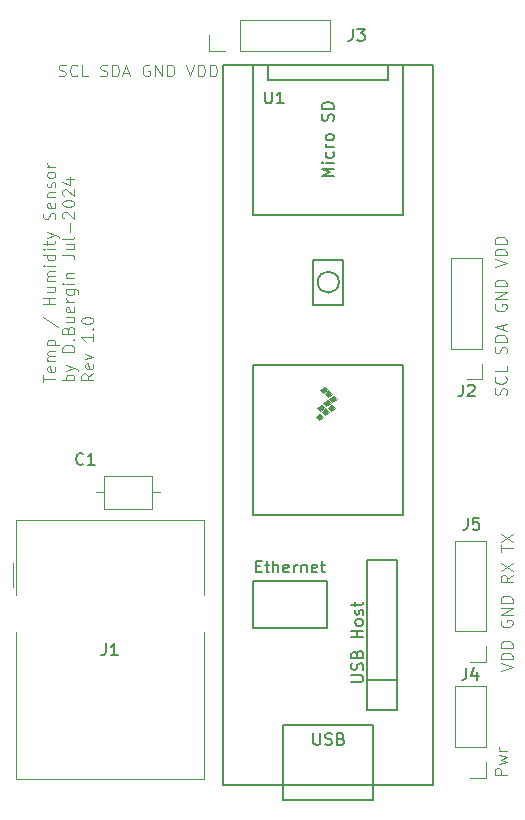
<source format=gbr>
%TF.GenerationSoftware,KiCad,Pcbnew,8.0.4*%
%TF.CreationDate,2024-07-28T19:43:17+02:00*%
%TF.ProjectId,Teensy_Custom_Board,5465656e-7379-45f4-9375-73746f6d5f42,1.0*%
%TF.SameCoordinates,Original*%
%TF.FileFunction,Legend,Top*%
%TF.FilePolarity,Positive*%
%FSLAX46Y46*%
G04 Gerber Fmt 4.6, Leading zero omitted, Abs format (unit mm)*
G04 Created by KiCad (PCBNEW 8.0.4) date 2024-07-28 19:43:17*
%MOMM*%
%LPD*%
G01*
G04 APERTURE LIST*
%ADD10C,0.100000*%
%ADD11C,0.150000*%
%ADD12C,0.120000*%
G04 APERTURE END LIST*
D10*
X128856265Y-44224800D02*
X128999122Y-44272419D01*
X128999122Y-44272419D02*
X129237217Y-44272419D01*
X129237217Y-44272419D02*
X129332455Y-44224800D01*
X129332455Y-44224800D02*
X129380074Y-44177180D01*
X129380074Y-44177180D02*
X129427693Y-44081942D01*
X129427693Y-44081942D02*
X129427693Y-43986704D01*
X129427693Y-43986704D02*
X129380074Y-43891466D01*
X129380074Y-43891466D02*
X129332455Y-43843847D01*
X129332455Y-43843847D02*
X129237217Y-43796228D01*
X129237217Y-43796228D02*
X129046741Y-43748609D01*
X129046741Y-43748609D02*
X128951503Y-43700990D01*
X128951503Y-43700990D02*
X128903884Y-43653371D01*
X128903884Y-43653371D02*
X128856265Y-43558133D01*
X128856265Y-43558133D02*
X128856265Y-43462895D01*
X128856265Y-43462895D02*
X128903884Y-43367657D01*
X128903884Y-43367657D02*
X128951503Y-43320038D01*
X128951503Y-43320038D02*
X129046741Y-43272419D01*
X129046741Y-43272419D02*
X129284836Y-43272419D01*
X129284836Y-43272419D02*
X129427693Y-43320038D01*
X130427693Y-44177180D02*
X130380074Y-44224800D01*
X130380074Y-44224800D02*
X130237217Y-44272419D01*
X130237217Y-44272419D02*
X130141979Y-44272419D01*
X130141979Y-44272419D02*
X129999122Y-44224800D01*
X129999122Y-44224800D02*
X129903884Y-44129561D01*
X129903884Y-44129561D02*
X129856265Y-44034323D01*
X129856265Y-44034323D02*
X129808646Y-43843847D01*
X129808646Y-43843847D02*
X129808646Y-43700990D01*
X129808646Y-43700990D02*
X129856265Y-43510514D01*
X129856265Y-43510514D02*
X129903884Y-43415276D01*
X129903884Y-43415276D02*
X129999122Y-43320038D01*
X129999122Y-43320038D02*
X130141979Y-43272419D01*
X130141979Y-43272419D02*
X130237217Y-43272419D01*
X130237217Y-43272419D02*
X130380074Y-43320038D01*
X130380074Y-43320038D02*
X130427693Y-43367657D01*
X131332455Y-44272419D02*
X130856265Y-44272419D01*
X130856265Y-44272419D02*
X130856265Y-43272419D01*
X132380075Y-44224800D02*
X132522932Y-44272419D01*
X132522932Y-44272419D02*
X132761027Y-44272419D01*
X132761027Y-44272419D02*
X132856265Y-44224800D01*
X132856265Y-44224800D02*
X132903884Y-44177180D01*
X132903884Y-44177180D02*
X132951503Y-44081942D01*
X132951503Y-44081942D02*
X132951503Y-43986704D01*
X132951503Y-43986704D02*
X132903884Y-43891466D01*
X132903884Y-43891466D02*
X132856265Y-43843847D01*
X132856265Y-43843847D02*
X132761027Y-43796228D01*
X132761027Y-43796228D02*
X132570551Y-43748609D01*
X132570551Y-43748609D02*
X132475313Y-43700990D01*
X132475313Y-43700990D02*
X132427694Y-43653371D01*
X132427694Y-43653371D02*
X132380075Y-43558133D01*
X132380075Y-43558133D02*
X132380075Y-43462895D01*
X132380075Y-43462895D02*
X132427694Y-43367657D01*
X132427694Y-43367657D02*
X132475313Y-43320038D01*
X132475313Y-43320038D02*
X132570551Y-43272419D01*
X132570551Y-43272419D02*
X132808646Y-43272419D01*
X132808646Y-43272419D02*
X132951503Y-43320038D01*
X133380075Y-44272419D02*
X133380075Y-43272419D01*
X133380075Y-43272419D02*
X133618170Y-43272419D01*
X133618170Y-43272419D02*
X133761027Y-43320038D01*
X133761027Y-43320038D02*
X133856265Y-43415276D01*
X133856265Y-43415276D02*
X133903884Y-43510514D01*
X133903884Y-43510514D02*
X133951503Y-43700990D01*
X133951503Y-43700990D02*
X133951503Y-43843847D01*
X133951503Y-43843847D02*
X133903884Y-44034323D01*
X133903884Y-44034323D02*
X133856265Y-44129561D01*
X133856265Y-44129561D02*
X133761027Y-44224800D01*
X133761027Y-44224800D02*
X133618170Y-44272419D01*
X133618170Y-44272419D02*
X133380075Y-44272419D01*
X134332456Y-43986704D02*
X134808646Y-43986704D01*
X134237218Y-44272419D02*
X134570551Y-43272419D01*
X134570551Y-43272419D02*
X134903884Y-44272419D01*
X136522932Y-43320038D02*
X136427694Y-43272419D01*
X136427694Y-43272419D02*
X136284837Y-43272419D01*
X136284837Y-43272419D02*
X136141980Y-43320038D01*
X136141980Y-43320038D02*
X136046742Y-43415276D01*
X136046742Y-43415276D02*
X135999123Y-43510514D01*
X135999123Y-43510514D02*
X135951504Y-43700990D01*
X135951504Y-43700990D02*
X135951504Y-43843847D01*
X135951504Y-43843847D02*
X135999123Y-44034323D01*
X135999123Y-44034323D02*
X136046742Y-44129561D01*
X136046742Y-44129561D02*
X136141980Y-44224800D01*
X136141980Y-44224800D02*
X136284837Y-44272419D01*
X136284837Y-44272419D02*
X136380075Y-44272419D01*
X136380075Y-44272419D02*
X136522932Y-44224800D01*
X136522932Y-44224800D02*
X136570551Y-44177180D01*
X136570551Y-44177180D02*
X136570551Y-43843847D01*
X136570551Y-43843847D02*
X136380075Y-43843847D01*
X136999123Y-44272419D02*
X136999123Y-43272419D01*
X136999123Y-43272419D02*
X137570551Y-44272419D01*
X137570551Y-44272419D02*
X137570551Y-43272419D01*
X138046742Y-44272419D02*
X138046742Y-43272419D01*
X138046742Y-43272419D02*
X138284837Y-43272419D01*
X138284837Y-43272419D02*
X138427694Y-43320038D01*
X138427694Y-43320038D02*
X138522932Y-43415276D01*
X138522932Y-43415276D02*
X138570551Y-43510514D01*
X138570551Y-43510514D02*
X138618170Y-43700990D01*
X138618170Y-43700990D02*
X138618170Y-43843847D01*
X138618170Y-43843847D02*
X138570551Y-44034323D01*
X138570551Y-44034323D02*
X138522932Y-44129561D01*
X138522932Y-44129561D02*
X138427694Y-44224800D01*
X138427694Y-44224800D02*
X138284837Y-44272419D01*
X138284837Y-44272419D02*
X138046742Y-44272419D01*
X139665790Y-43272419D02*
X139999123Y-44272419D01*
X139999123Y-44272419D02*
X140332456Y-43272419D01*
X140665790Y-44272419D02*
X140665790Y-43272419D01*
X140665790Y-43272419D02*
X140903885Y-43272419D01*
X140903885Y-43272419D02*
X141046742Y-43320038D01*
X141046742Y-43320038D02*
X141141980Y-43415276D01*
X141141980Y-43415276D02*
X141189599Y-43510514D01*
X141189599Y-43510514D02*
X141237218Y-43700990D01*
X141237218Y-43700990D02*
X141237218Y-43843847D01*
X141237218Y-43843847D02*
X141189599Y-44034323D01*
X141189599Y-44034323D02*
X141141980Y-44129561D01*
X141141980Y-44129561D02*
X141046742Y-44224800D01*
X141046742Y-44224800D02*
X140903885Y-44272419D01*
X140903885Y-44272419D02*
X140665790Y-44272419D01*
X141665790Y-44272419D02*
X141665790Y-43272419D01*
X141665790Y-43272419D02*
X141903885Y-43272419D01*
X141903885Y-43272419D02*
X142046742Y-43320038D01*
X142046742Y-43320038D02*
X142141980Y-43415276D01*
X142141980Y-43415276D02*
X142189599Y-43510514D01*
X142189599Y-43510514D02*
X142237218Y-43700990D01*
X142237218Y-43700990D02*
X142237218Y-43843847D01*
X142237218Y-43843847D02*
X142189599Y-44034323D01*
X142189599Y-44034323D02*
X142141980Y-44129561D01*
X142141980Y-44129561D02*
X142046742Y-44224800D01*
X142046742Y-44224800D02*
X141903885Y-44272419D01*
X141903885Y-44272419D02*
X141665790Y-44272419D01*
X166724800Y-71243734D02*
X166772419Y-71100877D01*
X166772419Y-71100877D02*
X166772419Y-70862782D01*
X166772419Y-70862782D02*
X166724800Y-70767544D01*
X166724800Y-70767544D02*
X166677180Y-70719925D01*
X166677180Y-70719925D02*
X166581942Y-70672306D01*
X166581942Y-70672306D02*
X166486704Y-70672306D01*
X166486704Y-70672306D02*
X166391466Y-70719925D01*
X166391466Y-70719925D02*
X166343847Y-70767544D01*
X166343847Y-70767544D02*
X166296228Y-70862782D01*
X166296228Y-70862782D02*
X166248609Y-71053258D01*
X166248609Y-71053258D02*
X166200990Y-71148496D01*
X166200990Y-71148496D02*
X166153371Y-71196115D01*
X166153371Y-71196115D02*
X166058133Y-71243734D01*
X166058133Y-71243734D02*
X165962895Y-71243734D01*
X165962895Y-71243734D02*
X165867657Y-71196115D01*
X165867657Y-71196115D02*
X165820038Y-71148496D01*
X165820038Y-71148496D02*
X165772419Y-71053258D01*
X165772419Y-71053258D02*
X165772419Y-70815163D01*
X165772419Y-70815163D02*
X165820038Y-70672306D01*
X166677180Y-69672306D02*
X166724800Y-69719925D01*
X166724800Y-69719925D02*
X166772419Y-69862782D01*
X166772419Y-69862782D02*
X166772419Y-69958020D01*
X166772419Y-69958020D02*
X166724800Y-70100877D01*
X166724800Y-70100877D02*
X166629561Y-70196115D01*
X166629561Y-70196115D02*
X166534323Y-70243734D01*
X166534323Y-70243734D02*
X166343847Y-70291353D01*
X166343847Y-70291353D02*
X166200990Y-70291353D01*
X166200990Y-70291353D02*
X166010514Y-70243734D01*
X166010514Y-70243734D02*
X165915276Y-70196115D01*
X165915276Y-70196115D02*
X165820038Y-70100877D01*
X165820038Y-70100877D02*
X165772419Y-69958020D01*
X165772419Y-69958020D02*
X165772419Y-69862782D01*
X165772419Y-69862782D02*
X165820038Y-69719925D01*
X165820038Y-69719925D02*
X165867657Y-69672306D01*
X166772419Y-68767544D02*
X166772419Y-69243734D01*
X166772419Y-69243734D02*
X165772419Y-69243734D01*
X166724800Y-67719924D02*
X166772419Y-67577067D01*
X166772419Y-67577067D02*
X166772419Y-67338972D01*
X166772419Y-67338972D02*
X166724800Y-67243734D01*
X166724800Y-67243734D02*
X166677180Y-67196115D01*
X166677180Y-67196115D02*
X166581942Y-67148496D01*
X166581942Y-67148496D02*
X166486704Y-67148496D01*
X166486704Y-67148496D02*
X166391466Y-67196115D01*
X166391466Y-67196115D02*
X166343847Y-67243734D01*
X166343847Y-67243734D02*
X166296228Y-67338972D01*
X166296228Y-67338972D02*
X166248609Y-67529448D01*
X166248609Y-67529448D02*
X166200990Y-67624686D01*
X166200990Y-67624686D02*
X166153371Y-67672305D01*
X166153371Y-67672305D02*
X166058133Y-67719924D01*
X166058133Y-67719924D02*
X165962895Y-67719924D01*
X165962895Y-67719924D02*
X165867657Y-67672305D01*
X165867657Y-67672305D02*
X165820038Y-67624686D01*
X165820038Y-67624686D02*
X165772419Y-67529448D01*
X165772419Y-67529448D02*
X165772419Y-67291353D01*
X165772419Y-67291353D02*
X165820038Y-67148496D01*
X166772419Y-66719924D02*
X165772419Y-66719924D01*
X165772419Y-66719924D02*
X165772419Y-66481829D01*
X165772419Y-66481829D02*
X165820038Y-66338972D01*
X165820038Y-66338972D02*
X165915276Y-66243734D01*
X165915276Y-66243734D02*
X166010514Y-66196115D01*
X166010514Y-66196115D02*
X166200990Y-66148496D01*
X166200990Y-66148496D02*
X166343847Y-66148496D01*
X166343847Y-66148496D02*
X166534323Y-66196115D01*
X166534323Y-66196115D02*
X166629561Y-66243734D01*
X166629561Y-66243734D02*
X166724800Y-66338972D01*
X166724800Y-66338972D02*
X166772419Y-66481829D01*
X166772419Y-66481829D02*
X166772419Y-66719924D01*
X166486704Y-65767543D02*
X166486704Y-65291353D01*
X166772419Y-65862781D02*
X165772419Y-65529448D01*
X165772419Y-65529448D02*
X166772419Y-65196115D01*
X165820038Y-63577067D02*
X165772419Y-63672305D01*
X165772419Y-63672305D02*
X165772419Y-63815162D01*
X165772419Y-63815162D02*
X165820038Y-63958019D01*
X165820038Y-63958019D02*
X165915276Y-64053257D01*
X165915276Y-64053257D02*
X166010514Y-64100876D01*
X166010514Y-64100876D02*
X166200990Y-64148495D01*
X166200990Y-64148495D02*
X166343847Y-64148495D01*
X166343847Y-64148495D02*
X166534323Y-64100876D01*
X166534323Y-64100876D02*
X166629561Y-64053257D01*
X166629561Y-64053257D02*
X166724800Y-63958019D01*
X166724800Y-63958019D02*
X166772419Y-63815162D01*
X166772419Y-63815162D02*
X166772419Y-63719924D01*
X166772419Y-63719924D02*
X166724800Y-63577067D01*
X166724800Y-63577067D02*
X166677180Y-63529448D01*
X166677180Y-63529448D02*
X166343847Y-63529448D01*
X166343847Y-63529448D02*
X166343847Y-63719924D01*
X166772419Y-63100876D02*
X165772419Y-63100876D01*
X165772419Y-63100876D02*
X166772419Y-62529448D01*
X166772419Y-62529448D02*
X165772419Y-62529448D01*
X166772419Y-62053257D02*
X165772419Y-62053257D01*
X165772419Y-62053257D02*
X165772419Y-61815162D01*
X165772419Y-61815162D02*
X165820038Y-61672305D01*
X165820038Y-61672305D02*
X165915276Y-61577067D01*
X165915276Y-61577067D02*
X166010514Y-61529448D01*
X166010514Y-61529448D02*
X166200990Y-61481829D01*
X166200990Y-61481829D02*
X166343847Y-61481829D01*
X166343847Y-61481829D02*
X166534323Y-61529448D01*
X166534323Y-61529448D02*
X166629561Y-61577067D01*
X166629561Y-61577067D02*
X166724800Y-61672305D01*
X166724800Y-61672305D02*
X166772419Y-61815162D01*
X166772419Y-61815162D02*
X166772419Y-62053257D01*
X165772419Y-60434209D02*
X166772419Y-60100876D01*
X166772419Y-60100876D02*
X165772419Y-59767543D01*
X166772419Y-59434209D02*
X165772419Y-59434209D01*
X165772419Y-59434209D02*
X165772419Y-59196114D01*
X165772419Y-59196114D02*
X165820038Y-59053257D01*
X165820038Y-59053257D02*
X165915276Y-58958019D01*
X165915276Y-58958019D02*
X166010514Y-58910400D01*
X166010514Y-58910400D02*
X166200990Y-58862781D01*
X166200990Y-58862781D02*
X166343847Y-58862781D01*
X166343847Y-58862781D02*
X166534323Y-58910400D01*
X166534323Y-58910400D02*
X166629561Y-58958019D01*
X166629561Y-58958019D02*
X166724800Y-59053257D01*
X166724800Y-59053257D02*
X166772419Y-59196114D01*
X166772419Y-59196114D02*
X166772419Y-59434209D01*
X166772419Y-58434209D02*
X165772419Y-58434209D01*
X165772419Y-58434209D02*
X165772419Y-58196114D01*
X165772419Y-58196114D02*
X165820038Y-58053257D01*
X165820038Y-58053257D02*
X165915276Y-57958019D01*
X165915276Y-57958019D02*
X166010514Y-57910400D01*
X166010514Y-57910400D02*
X166200990Y-57862781D01*
X166200990Y-57862781D02*
X166343847Y-57862781D01*
X166343847Y-57862781D02*
X166534323Y-57910400D01*
X166534323Y-57910400D02*
X166629561Y-57958019D01*
X166629561Y-57958019D02*
X166724800Y-58053257D01*
X166724800Y-58053257D02*
X166772419Y-58196114D01*
X166772419Y-58196114D02*
X166772419Y-58434209D01*
X166272419Y-94638972D02*
X167272419Y-94305639D01*
X167272419Y-94305639D02*
X166272419Y-93972306D01*
X167272419Y-93638972D02*
X166272419Y-93638972D01*
X166272419Y-93638972D02*
X166272419Y-93400877D01*
X166272419Y-93400877D02*
X166320038Y-93258020D01*
X166320038Y-93258020D02*
X166415276Y-93162782D01*
X166415276Y-93162782D02*
X166510514Y-93115163D01*
X166510514Y-93115163D02*
X166700990Y-93067544D01*
X166700990Y-93067544D02*
X166843847Y-93067544D01*
X166843847Y-93067544D02*
X167034323Y-93115163D01*
X167034323Y-93115163D02*
X167129561Y-93162782D01*
X167129561Y-93162782D02*
X167224800Y-93258020D01*
X167224800Y-93258020D02*
X167272419Y-93400877D01*
X167272419Y-93400877D02*
X167272419Y-93638972D01*
X167272419Y-92638972D02*
X166272419Y-92638972D01*
X166272419Y-92638972D02*
X166272419Y-92400877D01*
X166272419Y-92400877D02*
X166320038Y-92258020D01*
X166320038Y-92258020D02*
X166415276Y-92162782D01*
X166415276Y-92162782D02*
X166510514Y-92115163D01*
X166510514Y-92115163D02*
X166700990Y-92067544D01*
X166700990Y-92067544D02*
X166843847Y-92067544D01*
X166843847Y-92067544D02*
X167034323Y-92115163D01*
X167034323Y-92115163D02*
X167129561Y-92162782D01*
X167129561Y-92162782D02*
X167224800Y-92258020D01*
X167224800Y-92258020D02*
X167272419Y-92400877D01*
X167272419Y-92400877D02*
X167272419Y-92638972D01*
X166320038Y-90353258D02*
X166272419Y-90448496D01*
X166272419Y-90448496D02*
X166272419Y-90591353D01*
X166272419Y-90591353D02*
X166320038Y-90734210D01*
X166320038Y-90734210D02*
X166415276Y-90829448D01*
X166415276Y-90829448D02*
X166510514Y-90877067D01*
X166510514Y-90877067D02*
X166700990Y-90924686D01*
X166700990Y-90924686D02*
X166843847Y-90924686D01*
X166843847Y-90924686D02*
X167034323Y-90877067D01*
X167034323Y-90877067D02*
X167129561Y-90829448D01*
X167129561Y-90829448D02*
X167224800Y-90734210D01*
X167224800Y-90734210D02*
X167272419Y-90591353D01*
X167272419Y-90591353D02*
X167272419Y-90496115D01*
X167272419Y-90496115D02*
X167224800Y-90353258D01*
X167224800Y-90353258D02*
X167177180Y-90305639D01*
X167177180Y-90305639D02*
X166843847Y-90305639D01*
X166843847Y-90305639D02*
X166843847Y-90496115D01*
X167272419Y-89877067D02*
X166272419Y-89877067D01*
X166272419Y-89877067D02*
X167272419Y-89305639D01*
X167272419Y-89305639D02*
X166272419Y-89305639D01*
X167272419Y-88829448D02*
X166272419Y-88829448D01*
X166272419Y-88829448D02*
X166272419Y-88591353D01*
X166272419Y-88591353D02*
X166320038Y-88448496D01*
X166320038Y-88448496D02*
X166415276Y-88353258D01*
X166415276Y-88353258D02*
X166510514Y-88305639D01*
X166510514Y-88305639D02*
X166700990Y-88258020D01*
X166700990Y-88258020D02*
X166843847Y-88258020D01*
X166843847Y-88258020D02*
X167034323Y-88305639D01*
X167034323Y-88305639D02*
X167129561Y-88353258D01*
X167129561Y-88353258D02*
X167224800Y-88448496D01*
X167224800Y-88448496D02*
X167272419Y-88591353D01*
X167272419Y-88591353D02*
X167272419Y-88829448D01*
X167272419Y-86496115D02*
X166796228Y-86829448D01*
X167272419Y-87067543D02*
X166272419Y-87067543D01*
X166272419Y-87067543D02*
X166272419Y-86686591D01*
X166272419Y-86686591D02*
X166320038Y-86591353D01*
X166320038Y-86591353D02*
X166367657Y-86543734D01*
X166367657Y-86543734D02*
X166462895Y-86496115D01*
X166462895Y-86496115D02*
X166605752Y-86496115D01*
X166605752Y-86496115D02*
X166700990Y-86543734D01*
X166700990Y-86543734D02*
X166748609Y-86591353D01*
X166748609Y-86591353D02*
X166796228Y-86686591D01*
X166796228Y-86686591D02*
X166796228Y-87067543D01*
X166272419Y-86162781D02*
X167272419Y-85496115D01*
X166272419Y-85496115D02*
X167272419Y-86162781D01*
X166272419Y-84496114D02*
X166272419Y-83924686D01*
X167272419Y-84210400D02*
X166272419Y-84210400D01*
X166272419Y-83686590D02*
X167272419Y-83019924D01*
X166272419Y-83019924D02*
X167272419Y-83686590D01*
X166772419Y-103396115D02*
X165772419Y-103396115D01*
X165772419Y-103396115D02*
X165772419Y-103015163D01*
X165772419Y-103015163D02*
X165820038Y-102919925D01*
X165820038Y-102919925D02*
X165867657Y-102872306D01*
X165867657Y-102872306D02*
X165962895Y-102824687D01*
X165962895Y-102824687D02*
X166105752Y-102824687D01*
X166105752Y-102824687D02*
X166200990Y-102872306D01*
X166200990Y-102872306D02*
X166248609Y-102919925D01*
X166248609Y-102919925D02*
X166296228Y-103015163D01*
X166296228Y-103015163D02*
X166296228Y-103396115D01*
X166105752Y-102491353D02*
X166772419Y-102300877D01*
X166772419Y-102300877D02*
X166296228Y-102110401D01*
X166296228Y-102110401D02*
X166772419Y-101919925D01*
X166772419Y-101919925D02*
X166105752Y-101729449D01*
X166772419Y-101348496D02*
X166105752Y-101348496D01*
X166296228Y-101348496D02*
X166200990Y-101300877D01*
X166200990Y-101300877D02*
X166153371Y-101253258D01*
X166153371Y-101253258D02*
X166105752Y-101158020D01*
X166105752Y-101158020D02*
X166105752Y-101062782D01*
X127552531Y-70138972D02*
X127552531Y-69567544D01*
X128552531Y-69853258D02*
X127552531Y-69853258D01*
X128504912Y-68853258D02*
X128552531Y-68948496D01*
X128552531Y-68948496D02*
X128552531Y-69138972D01*
X128552531Y-69138972D02*
X128504912Y-69234210D01*
X128504912Y-69234210D02*
X128409673Y-69281829D01*
X128409673Y-69281829D02*
X128028721Y-69281829D01*
X128028721Y-69281829D02*
X127933483Y-69234210D01*
X127933483Y-69234210D02*
X127885864Y-69138972D01*
X127885864Y-69138972D02*
X127885864Y-68948496D01*
X127885864Y-68948496D02*
X127933483Y-68853258D01*
X127933483Y-68853258D02*
X128028721Y-68805639D01*
X128028721Y-68805639D02*
X128123959Y-68805639D01*
X128123959Y-68805639D02*
X128219197Y-69281829D01*
X128552531Y-68377067D02*
X127885864Y-68377067D01*
X127981102Y-68377067D02*
X127933483Y-68329448D01*
X127933483Y-68329448D02*
X127885864Y-68234210D01*
X127885864Y-68234210D02*
X127885864Y-68091353D01*
X127885864Y-68091353D02*
X127933483Y-67996115D01*
X127933483Y-67996115D02*
X128028721Y-67948496D01*
X128028721Y-67948496D02*
X128552531Y-67948496D01*
X128028721Y-67948496D02*
X127933483Y-67900877D01*
X127933483Y-67900877D02*
X127885864Y-67805639D01*
X127885864Y-67805639D02*
X127885864Y-67662782D01*
X127885864Y-67662782D02*
X127933483Y-67567543D01*
X127933483Y-67567543D02*
X128028721Y-67519924D01*
X128028721Y-67519924D02*
X128552531Y-67519924D01*
X127885864Y-67043734D02*
X128885864Y-67043734D01*
X127933483Y-67043734D02*
X127885864Y-66948496D01*
X127885864Y-66948496D02*
X127885864Y-66758020D01*
X127885864Y-66758020D02*
X127933483Y-66662782D01*
X127933483Y-66662782D02*
X127981102Y-66615163D01*
X127981102Y-66615163D02*
X128076340Y-66567544D01*
X128076340Y-66567544D02*
X128362054Y-66567544D01*
X128362054Y-66567544D02*
X128457292Y-66615163D01*
X128457292Y-66615163D02*
X128504912Y-66662782D01*
X128504912Y-66662782D02*
X128552531Y-66758020D01*
X128552531Y-66758020D02*
X128552531Y-66948496D01*
X128552531Y-66948496D02*
X128504912Y-67043734D01*
X127504912Y-64662782D02*
X128790626Y-65519924D01*
X128552531Y-63567543D02*
X127552531Y-63567543D01*
X128028721Y-63567543D02*
X128028721Y-62996115D01*
X128552531Y-62996115D02*
X127552531Y-62996115D01*
X127885864Y-62091353D02*
X128552531Y-62091353D01*
X127885864Y-62519924D02*
X128409673Y-62519924D01*
X128409673Y-62519924D02*
X128504912Y-62472305D01*
X128504912Y-62472305D02*
X128552531Y-62377067D01*
X128552531Y-62377067D02*
X128552531Y-62234210D01*
X128552531Y-62234210D02*
X128504912Y-62138972D01*
X128504912Y-62138972D02*
X128457292Y-62091353D01*
X128552531Y-61615162D02*
X127885864Y-61615162D01*
X127981102Y-61615162D02*
X127933483Y-61567543D01*
X127933483Y-61567543D02*
X127885864Y-61472305D01*
X127885864Y-61472305D02*
X127885864Y-61329448D01*
X127885864Y-61329448D02*
X127933483Y-61234210D01*
X127933483Y-61234210D02*
X128028721Y-61186591D01*
X128028721Y-61186591D02*
X128552531Y-61186591D01*
X128028721Y-61186591D02*
X127933483Y-61138972D01*
X127933483Y-61138972D02*
X127885864Y-61043734D01*
X127885864Y-61043734D02*
X127885864Y-60900877D01*
X127885864Y-60900877D02*
X127933483Y-60805638D01*
X127933483Y-60805638D02*
X128028721Y-60758019D01*
X128028721Y-60758019D02*
X128552531Y-60758019D01*
X128552531Y-60281829D02*
X127885864Y-60281829D01*
X127552531Y-60281829D02*
X127600150Y-60329448D01*
X127600150Y-60329448D02*
X127647769Y-60281829D01*
X127647769Y-60281829D02*
X127600150Y-60234210D01*
X127600150Y-60234210D02*
X127552531Y-60281829D01*
X127552531Y-60281829D02*
X127647769Y-60281829D01*
X128552531Y-59377068D02*
X127552531Y-59377068D01*
X128504912Y-59377068D02*
X128552531Y-59472306D01*
X128552531Y-59472306D02*
X128552531Y-59662782D01*
X128552531Y-59662782D02*
X128504912Y-59758020D01*
X128504912Y-59758020D02*
X128457292Y-59805639D01*
X128457292Y-59805639D02*
X128362054Y-59853258D01*
X128362054Y-59853258D02*
X128076340Y-59853258D01*
X128076340Y-59853258D02*
X127981102Y-59805639D01*
X127981102Y-59805639D02*
X127933483Y-59758020D01*
X127933483Y-59758020D02*
X127885864Y-59662782D01*
X127885864Y-59662782D02*
X127885864Y-59472306D01*
X127885864Y-59472306D02*
X127933483Y-59377068D01*
X128552531Y-58900877D02*
X127885864Y-58900877D01*
X127552531Y-58900877D02*
X127600150Y-58948496D01*
X127600150Y-58948496D02*
X127647769Y-58900877D01*
X127647769Y-58900877D02*
X127600150Y-58853258D01*
X127600150Y-58853258D02*
X127552531Y-58900877D01*
X127552531Y-58900877D02*
X127647769Y-58900877D01*
X127885864Y-58567544D02*
X127885864Y-58186592D01*
X127552531Y-58424687D02*
X128409673Y-58424687D01*
X128409673Y-58424687D02*
X128504912Y-58377068D01*
X128504912Y-58377068D02*
X128552531Y-58281830D01*
X128552531Y-58281830D02*
X128552531Y-58186592D01*
X127885864Y-57948496D02*
X128552531Y-57710401D01*
X127885864Y-57472306D02*
X128552531Y-57710401D01*
X128552531Y-57710401D02*
X128790626Y-57805639D01*
X128790626Y-57805639D02*
X128838245Y-57853258D01*
X128838245Y-57853258D02*
X128885864Y-57948496D01*
X128504912Y-56377067D02*
X128552531Y-56234210D01*
X128552531Y-56234210D02*
X128552531Y-55996115D01*
X128552531Y-55996115D02*
X128504912Y-55900877D01*
X128504912Y-55900877D02*
X128457292Y-55853258D01*
X128457292Y-55853258D02*
X128362054Y-55805639D01*
X128362054Y-55805639D02*
X128266816Y-55805639D01*
X128266816Y-55805639D02*
X128171578Y-55853258D01*
X128171578Y-55853258D02*
X128123959Y-55900877D01*
X128123959Y-55900877D02*
X128076340Y-55996115D01*
X128076340Y-55996115D02*
X128028721Y-56186591D01*
X128028721Y-56186591D02*
X127981102Y-56281829D01*
X127981102Y-56281829D02*
X127933483Y-56329448D01*
X127933483Y-56329448D02*
X127838245Y-56377067D01*
X127838245Y-56377067D02*
X127743007Y-56377067D01*
X127743007Y-56377067D02*
X127647769Y-56329448D01*
X127647769Y-56329448D02*
X127600150Y-56281829D01*
X127600150Y-56281829D02*
X127552531Y-56186591D01*
X127552531Y-56186591D02*
X127552531Y-55948496D01*
X127552531Y-55948496D02*
X127600150Y-55805639D01*
X128504912Y-54996115D02*
X128552531Y-55091353D01*
X128552531Y-55091353D02*
X128552531Y-55281829D01*
X128552531Y-55281829D02*
X128504912Y-55377067D01*
X128504912Y-55377067D02*
X128409673Y-55424686D01*
X128409673Y-55424686D02*
X128028721Y-55424686D01*
X128028721Y-55424686D02*
X127933483Y-55377067D01*
X127933483Y-55377067D02*
X127885864Y-55281829D01*
X127885864Y-55281829D02*
X127885864Y-55091353D01*
X127885864Y-55091353D02*
X127933483Y-54996115D01*
X127933483Y-54996115D02*
X128028721Y-54948496D01*
X128028721Y-54948496D02*
X128123959Y-54948496D01*
X128123959Y-54948496D02*
X128219197Y-55424686D01*
X127885864Y-54519924D02*
X128552531Y-54519924D01*
X127981102Y-54519924D02*
X127933483Y-54472305D01*
X127933483Y-54472305D02*
X127885864Y-54377067D01*
X127885864Y-54377067D02*
X127885864Y-54234210D01*
X127885864Y-54234210D02*
X127933483Y-54138972D01*
X127933483Y-54138972D02*
X128028721Y-54091353D01*
X128028721Y-54091353D02*
X128552531Y-54091353D01*
X128504912Y-53662781D02*
X128552531Y-53567543D01*
X128552531Y-53567543D02*
X128552531Y-53377067D01*
X128552531Y-53377067D02*
X128504912Y-53281829D01*
X128504912Y-53281829D02*
X128409673Y-53234210D01*
X128409673Y-53234210D02*
X128362054Y-53234210D01*
X128362054Y-53234210D02*
X128266816Y-53281829D01*
X128266816Y-53281829D02*
X128219197Y-53377067D01*
X128219197Y-53377067D02*
X128219197Y-53519924D01*
X128219197Y-53519924D02*
X128171578Y-53615162D01*
X128171578Y-53615162D02*
X128076340Y-53662781D01*
X128076340Y-53662781D02*
X128028721Y-53662781D01*
X128028721Y-53662781D02*
X127933483Y-53615162D01*
X127933483Y-53615162D02*
X127885864Y-53519924D01*
X127885864Y-53519924D02*
X127885864Y-53377067D01*
X127885864Y-53377067D02*
X127933483Y-53281829D01*
X128552531Y-52662781D02*
X128504912Y-52758019D01*
X128504912Y-52758019D02*
X128457292Y-52805638D01*
X128457292Y-52805638D02*
X128362054Y-52853257D01*
X128362054Y-52853257D02*
X128076340Y-52853257D01*
X128076340Y-52853257D02*
X127981102Y-52805638D01*
X127981102Y-52805638D02*
X127933483Y-52758019D01*
X127933483Y-52758019D02*
X127885864Y-52662781D01*
X127885864Y-52662781D02*
X127885864Y-52519924D01*
X127885864Y-52519924D02*
X127933483Y-52424686D01*
X127933483Y-52424686D02*
X127981102Y-52377067D01*
X127981102Y-52377067D02*
X128076340Y-52329448D01*
X128076340Y-52329448D02*
X128362054Y-52329448D01*
X128362054Y-52329448D02*
X128457292Y-52377067D01*
X128457292Y-52377067D02*
X128504912Y-52424686D01*
X128504912Y-52424686D02*
X128552531Y-52519924D01*
X128552531Y-52519924D02*
X128552531Y-52662781D01*
X128552531Y-51900876D02*
X127885864Y-51900876D01*
X128076340Y-51900876D02*
X127981102Y-51853257D01*
X127981102Y-51853257D02*
X127933483Y-51805638D01*
X127933483Y-51805638D02*
X127885864Y-51710400D01*
X127885864Y-51710400D02*
X127885864Y-51615162D01*
X130162475Y-69996115D02*
X129162475Y-69996115D01*
X129543427Y-69996115D02*
X129495808Y-69900877D01*
X129495808Y-69900877D02*
X129495808Y-69710401D01*
X129495808Y-69710401D02*
X129543427Y-69615163D01*
X129543427Y-69615163D02*
X129591046Y-69567544D01*
X129591046Y-69567544D02*
X129686284Y-69519925D01*
X129686284Y-69519925D02*
X129971998Y-69519925D01*
X129971998Y-69519925D02*
X130067236Y-69567544D01*
X130067236Y-69567544D02*
X130114856Y-69615163D01*
X130114856Y-69615163D02*
X130162475Y-69710401D01*
X130162475Y-69710401D02*
X130162475Y-69900877D01*
X130162475Y-69900877D02*
X130114856Y-69996115D01*
X129495808Y-69186591D02*
X130162475Y-68948496D01*
X129495808Y-68710401D02*
X130162475Y-68948496D01*
X130162475Y-68948496D02*
X130400570Y-69043734D01*
X130400570Y-69043734D02*
X130448189Y-69091353D01*
X130448189Y-69091353D02*
X130495808Y-69186591D01*
X130162475Y-67567543D02*
X129162475Y-67567543D01*
X129162475Y-67567543D02*
X129162475Y-67329448D01*
X129162475Y-67329448D02*
X129210094Y-67186591D01*
X129210094Y-67186591D02*
X129305332Y-67091353D01*
X129305332Y-67091353D02*
X129400570Y-67043734D01*
X129400570Y-67043734D02*
X129591046Y-66996115D01*
X129591046Y-66996115D02*
X129733903Y-66996115D01*
X129733903Y-66996115D02*
X129924379Y-67043734D01*
X129924379Y-67043734D02*
X130019617Y-67091353D01*
X130019617Y-67091353D02*
X130114856Y-67186591D01*
X130114856Y-67186591D02*
X130162475Y-67329448D01*
X130162475Y-67329448D02*
X130162475Y-67567543D01*
X130067236Y-66567543D02*
X130114856Y-66519924D01*
X130114856Y-66519924D02*
X130162475Y-66567543D01*
X130162475Y-66567543D02*
X130114856Y-66615162D01*
X130114856Y-66615162D02*
X130067236Y-66567543D01*
X130067236Y-66567543D02*
X130162475Y-66567543D01*
X129638665Y-65758020D02*
X129686284Y-65615163D01*
X129686284Y-65615163D02*
X129733903Y-65567544D01*
X129733903Y-65567544D02*
X129829141Y-65519925D01*
X129829141Y-65519925D02*
X129971998Y-65519925D01*
X129971998Y-65519925D02*
X130067236Y-65567544D01*
X130067236Y-65567544D02*
X130114856Y-65615163D01*
X130114856Y-65615163D02*
X130162475Y-65710401D01*
X130162475Y-65710401D02*
X130162475Y-66091353D01*
X130162475Y-66091353D02*
X129162475Y-66091353D01*
X129162475Y-66091353D02*
X129162475Y-65758020D01*
X129162475Y-65758020D02*
X129210094Y-65662782D01*
X129210094Y-65662782D02*
X129257713Y-65615163D01*
X129257713Y-65615163D02*
X129352951Y-65567544D01*
X129352951Y-65567544D02*
X129448189Y-65567544D01*
X129448189Y-65567544D02*
X129543427Y-65615163D01*
X129543427Y-65615163D02*
X129591046Y-65662782D01*
X129591046Y-65662782D02*
X129638665Y-65758020D01*
X129638665Y-65758020D02*
X129638665Y-66091353D01*
X129495808Y-64662782D02*
X130162475Y-64662782D01*
X129495808Y-65091353D02*
X130019617Y-65091353D01*
X130019617Y-65091353D02*
X130114856Y-65043734D01*
X130114856Y-65043734D02*
X130162475Y-64948496D01*
X130162475Y-64948496D02*
X130162475Y-64805639D01*
X130162475Y-64805639D02*
X130114856Y-64710401D01*
X130114856Y-64710401D02*
X130067236Y-64662782D01*
X130114856Y-63805639D02*
X130162475Y-63900877D01*
X130162475Y-63900877D02*
X130162475Y-64091353D01*
X130162475Y-64091353D02*
X130114856Y-64186591D01*
X130114856Y-64186591D02*
X130019617Y-64234210D01*
X130019617Y-64234210D02*
X129638665Y-64234210D01*
X129638665Y-64234210D02*
X129543427Y-64186591D01*
X129543427Y-64186591D02*
X129495808Y-64091353D01*
X129495808Y-64091353D02*
X129495808Y-63900877D01*
X129495808Y-63900877D02*
X129543427Y-63805639D01*
X129543427Y-63805639D02*
X129638665Y-63758020D01*
X129638665Y-63758020D02*
X129733903Y-63758020D01*
X129733903Y-63758020D02*
X129829141Y-64234210D01*
X130162475Y-63329448D02*
X129495808Y-63329448D01*
X129686284Y-63329448D02*
X129591046Y-63281829D01*
X129591046Y-63281829D02*
X129543427Y-63234210D01*
X129543427Y-63234210D02*
X129495808Y-63138972D01*
X129495808Y-63138972D02*
X129495808Y-63043734D01*
X129495808Y-62281829D02*
X130305332Y-62281829D01*
X130305332Y-62281829D02*
X130400570Y-62329448D01*
X130400570Y-62329448D02*
X130448189Y-62377067D01*
X130448189Y-62377067D02*
X130495808Y-62472305D01*
X130495808Y-62472305D02*
X130495808Y-62615162D01*
X130495808Y-62615162D02*
X130448189Y-62710400D01*
X130114856Y-62281829D02*
X130162475Y-62377067D01*
X130162475Y-62377067D02*
X130162475Y-62567543D01*
X130162475Y-62567543D02*
X130114856Y-62662781D01*
X130114856Y-62662781D02*
X130067236Y-62710400D01*
X130067236Y-62710400D02*
X129971998Y-62758019D01*
X129971998Y-62758019D02*
X129686284Y-62758019D01*
X129686284Y-62758019D02*
X129591046Y-62710400D01*
X129591046Y-62710400D02*
X129543427Y-62662781D01*
X129543427Y-62662781D02*
X129495808Y-62567543D01*
X129495808Y-62567543D02*
X129495808Y-62377067D01*
X129495808Y-62377067D02*
X129543427Y-62281829D01*
X130162475Y-61805638D02*
X129495808Y-61805638D01*
X129162475Y-61805638D02*
X129210094Y-61853257D01*
X129210094Y-61853257D02*
X129257713Y-61805638D01*
X129257713Y-61805638D02*
X129210094Y-61758019D01*
X129210094Y-61758019D02*
X129162475Y-61805638D01*
X129162475Y-61805638D02*
X129257713Y-61805638D01*
X129495808Y-61329448D02*
X130162475Y-61329448D01*
X129591046Y-61329448D02*
X129543427Y-61281829D01*
X129543427Y-61281829D02*
X129495808Y-61186591D01*
X129495808Y-61186591D02*
X129495808Y-61043734D01*
X129495808Y-61043734D02*
X129543427Y-60948496D01*
X129543427Y-60948496D02*
X129638665Y-60900877D01*
X129638665Y-60900877D02*
X130162475Y-60900877D01*
X129162475Y-59377067D02*
X129876760Y-59377067D01*
X129876760Y-59377067D02*
X130019617Y-59424686D01*
X130019617Y-59424686D02*
X130114856Y-59519924D01*
X130114856Y-59519924D02*
X130162475Y-59662781D01*
X130162475Y-59662781D02*
X130162475Y-59758019D01*
X129495808Y-58472305D02*
X130162475Y-58472305D01*
X129495808Y-58900876D02*
X130019617Y-58900876D01*
X130019617Y-58900876D02*
X130114856Y-58853257D01*
X130114856Y-58853257D02*
X130162475Y-58758019D01*
X130162475Y-58758019D02*
X130162475Y-58615162D01*
X130162475Y-58615162D02*
X130114856Y-58519924D01*
X130114856Y-58519924D02*
X130067236Y-58472305D01*
X130162475Y-57853257D02*
X130114856Y-57948495D01*
X130114856Y-57948495D02*
X130019617Y-57996114D01*
X130019617Y-57996114D02*
X129162475Y-57996114D01*
X129781522Y-57472304D02*
X129781522Y-56710400D01*
X129257713Y-56281828D02*
X129210094Y-56234209D01*
X129210094Y-56234209D02*
X129162475Y-56138971D01*
X129162475Y-56138971D02*
X129162475Y-55900876D01*
X129162475Y-55900876D02*
X129210094Y-55805638D01*
X129210094Y-55805638D02*
X129257713Y-55758019D01*
X129257713Y-55758019D02*
X129352951Y-55710400D01*
X129352951Y-55710400D02*
X129448189Y-55710400D01*
X129448189Y-55710400D02*
X129591046Y-55758019D01*
X129591046Y-55758019D02*
X130162475Y-56329447D01*
X130162475Y-56329447D02*
X130162475Y-55710400D01*
X129162475Y-55091352D02*
X129162475Y-54996114D01*
X129162475Y-54996114D02*
X129210094Y-54900876D01*
X129210094Y-54900876D02*
X129257713Y-54853257D01*
X129257713Y-54853257D02*
X129352951Y-54805638D01*
X129352951Y-54805638D02*
X129543427Y-54758019D01*
X129543427Y-54758019D02*
X129781522Y-54758019D01*
X129781522Y-54758019D02*
X129971998Y-54805638D01*
X129971998Y-54805638D02*
X130067236Y-54853257D01*
X130067236Y-54853257D02*
X130114856Y-54900876D01*
X130114856Y-54900876D02*
X130162475Y-54996114D01*
X130162475Y-54996114D02*
X130162475Y-55091352D01*
X130162475Y-55091352D02*
X130114856Y-55186590D01*
X130114856Y-55186590D02*
X130067236Y-55234209D01*
X130067236Y-55234209D02*
X129971998Y-55281828D01*
X129971998Y-55281828D02*
X129781522Y-55329447D01*
X129781522Y-55329447D02*
X129543427Y-55329447D01*
X129543427Y-55329447D02*
X129352951Y-55281828D01*
X129352951Y-55281828D02*
X129257713Y-55234209D01*
X129257713Y-55234209D02*
X129210094Y-55186590D01*
X129210094Y-55186590D02*
X129162475Y-55091352D01*
X129257713Y-54377066D02*
X129210094Y-54329447D01*
X129210094Y-54329447D02*
X129162475Y-54234209D01*
X129162475Y-54234209D02*
X129162475Y-53996114D01*
X129162475Y-53996114D02*
X129210094Y-53900876D01*
X129210094Y-53900876D02*
X129257713Y-53853257D01*
X129257713Y-53853257D02*
X129352951Y-53805638D01*
X129352951Y-53805638D02*
X129448189Y-53805638D01*
X129448189Y-53805638D02*
X129591046Y-53853257D01*
X129591046Y-53853257D02*
X130162475Y-54424685D01*
X130162475Y-54424685D02*
X130162475Y-53805638D01*
X129495808Y-52948495D02*
X130162475Y-52948495D01*
X129114856Y-53186590D02*
X129829141Y-53424685D01*
X129829141Y-53424685D02*
X129829141Y-52805638D01*
X131772419Y-69424687D02*
X131296228Y-69758020D01*
X131772419Y-69996115D02*
X130772419Y-69996115D01*
X130772419Y-69996115D02*
X130772419Y-69615163D01*
X130772419Y-69615163D02*
X130820038Y-69519925D01*
X130820038Y-69519925D02*
X130867657Y-69472306D01*
X130867657Y-69472306D02*
X130962895Y-69424687D01*
X130962895Y-69424687D02*
X131105752Y-69424687D01*
X131105752Y-69424687D02*
X131200990Y-69472306D01*
X131200990Y-69472306D02*
X131248609Y-69519925D01*
X131248609Y-69519925D02*
X131296228Y-69615163D01*
X131296228Y-69615163D02*
X131296228Y-69996115D01*
X131724800Y-68615163D02*
X131772419Y-68710401D01*
X131772419Y-68710401D02*
X131772419Y-68900877D01*
X131772419Y-68900877D02*
X131724800Y-68996115D01*
X131724800Y-68996115D02*
X131629561Y-69043734D01*
X131629561Y-69043734D02*
X131248609Y-69043734D01*
X131248609Y-69043734D02*
X131153371Y-68996115D01*
X131153371Y-68996115D02*
X131105752Y-68900877D01*
X131105752Y-68900877D02*
X131105752Y-68710401D01*
X131105752Y-68710401D02*
X131153371Y-68615163D01*
X131153371Y-68615163D02*
X131248609Y-68567544D01*
X131248609Y-68567544D02*
X131343847Y-68567544D01*
X131343847Y-68567544D02*
X131439085Y-69043734D01*
X131105752Y-68234210D02*
X131772419Y-67996115D01*
X131772419Y-67996115D02*
X131105752Y-67758020D01*
X131772419Y-66091353D02*
X131772419Y-66662781D01*
X131772419Y-66377067D02*
X130772419Y-66377067D01*
X130772419Y-66377067D02*
X130915276Y-66472305D01*
X130915276Y-66472305D02*
X131010514Y-66567543D01*
X131010514Y-66567543D02*
X131058133Y-66662781D01*
X131677180Y-65662781D02*
X131724800Y-65615162D01*
X131724800Y-65615162D02*
X131772419Y-65662781D01*
X131772419Y-65662781D02*
X131724800Y-65710400D01*
X131724800Y-65710400D02*
X131677180Y-65662781D01*
X131677180Y-65662781D02*
X131772419Y-65662781D01*
X130772419Y-64996115D02*
X130772419Y-64900877D01*
X130772419Y-64900877D02*
X130820038Y-64805639D01*
X130820038Y-64805639D02*
X130867657Y-64758020D01*
X130867657Y-64758020D02*
X130962895Y-64710401D01*
X130962895Y-64710401D02*
X131153371Y-64662782D01*
X131153371Y-64662782D02*
X131391466Y-64662782D01*
X131391466Y-64662782D02*
X131581942Y-64710401D01*
X131581942Y-64710401D02*
X131677180Y-64758020D01*
X131677180Y-64758020D02*
X131724800Y-64805639D01*
X131724800Y-64805639D02*
X131772419Y-64900877D01*
X131772419Y-64900877D02*
X131772419Y-64996115D01*
X131772419Y-64996115D02*
X131724800Y-65091353D01*
X131724800Y-65091353D02*
X131677180Y-65138972D01*
X131677180Y-65138972D02*
X131581942Y-65186591D01*
X131581942Y-65186591D02*
X131391466Y-65234210D01*
X131391466Y-65234210D02*
X131153371Y-65234210D01*
X131153371Y-65234210D02*
X130962895Y-65186591D01*
X130962895Y-65186591D02*
X130867657Y-65138972D01*
X130867657Y-65138972D02*
X130820038Y-65091353D01*
X130820038Y-65091353D02*
X130772419Y-64996115D01*
D11*
X130933333Y-77059580D02*
X130885714Y-77107200D01*
X130885714Y-77107200D02*
X130742857Y-77154819D01*
X130742857Y-77154819D02*
X130647619Y-77154819D01*
X130647619Y-77154819D02*
X130504762Y-77107200D01*
X130504762Y-77107200D02*
X130409524Y-77011961D01*
X130409524Y-77011961D02*
X130361905Y-76916723D01*
X130361905Y-76916723D02*
X130314286Y-76726247D01*
X130314286Y-76726247D02*
X130314286Y-76583390D01*
X130314286Y-76583390D02*
X130361905Y-76392914D01*
X130361905Y-76392914D02*
X130409524Y-76297676D01*
X130409524Y-76297676D02*
X130504762Y-76202438D01*
X130504762Y-76202438D02*
X130647619Y-76154819D01*
X130647619Y-76154819D02*
X130742857Y-76154819D01*
X130742857Y-76154819D02*
X130885714Y-76202438D01*
X130885714Y-76202438D02*
X130933333Y-76250057D01*
X131885714Y-77154819D02*
X131314286Y-77154819D01*
X131600000Y-77154819D02*
X131600000Y-76154819D01*
X131600000Y-76154819D02*
X131504762Y-76297676D01*
X131504762Y-76297676D02*
X131409524Y-76392914D01*
X131409524Y-76392914D02*
X131314286Y-76440533D01*
X163466666Y-81654819D02*
X163466666Y-82369104D01*
X163466666Y-82369104D02*
X163419047Y-82511961D01*
X163419047Y-82511961D02*
X163323809Y-82607200D01*
X163323809Y-82607200D02*
X163180952Y-82654819D01*
X163180952Y-82654819D02*
X163085714Y-82654819D01*
X164419047Y-81654819D02*
X163942857Y-81654819D01*
X163942857Y-81654819D02*
X163895238Y-82131009D01*
X163895238Y-82131009D02*
X163942857Y-82083390D01*
X163942857Y-82083390D02*
X164038095Y-82035771D01*
X164038095Y-82035771D02*
X164276190Y-82035771D01*
X164276190Y-82035771D02*
X164371428Y-82083390D01*
X164371428Y-82083390D02*
X164419047Y-82131009D01*
X164419047Y-82131009D02*
X164466666Y-82226247D01*
X164466666Y-82226247D02*
X164466666Y-82464342D01*
X164466666Y-82464342D02*
X164419047Y-82559580D01*
X164419047Y-82559580D02*
X164371428Y-82607200D01*
X164371428Y-82607200D02*
X164276190Y-82654819D01*
X164276190Y-82654819D02*
X164038095Y-82654819D01*
X164038095Y-82654819D02*
X163942857Y-82607200D01*
X163942857Y-82607200D02*
X163895238Y-82559580D01*
X146338095Y-45554819D02*
X146338095Y-46364342D01*
X146338095Y-46364342D02*
X146385714Y-46459580D01*
X146385714Y-46459580D02*
X146433333Y-46507200D01*
X146433333Y-46507200D02*
X146528571Y-46554819D01*
X146528571Y-46554819D02*
X146719047Y-46554819D01*
X146719047Y-46554819D02*
X146814285Y-46507200D01*
X146814285Y-46507200D02*
X146861904Y-46459580D01*
X146861904Y-46459580D02*
X146909523Y-46364342D01*
X146909523Y-46364342D02*
X146909523Y-45554819D01*
X147909523Y-46554819D02*
X147338095Y-46554819D01*
X147623809Y-46554819D02*
X147623809Y-45554819D01*
X147623809Y-45554819D02*
X147528571Y-45697676D01*
X147528571Y-45697676D02*
X147433333Y-45792914D01*
X147433333Y-45792914D02*
X147338095Y-45840533D01*
X153624019Y-95524523D02*
X154433542Y-95524523D01*
X154433542Y-95524523D02*
X154528780Y-95476904D01*
X154528780Y-95476904D02*
X154576400Y-95429285D01*
X154576400Y-95429285D02*
X154624019Y-95334047D01*
X154624019Y-95334047D02*
X154624019Y-95143571D01*
X154624019Y-95143571D02*
X154576400Y-95048333D01*
X154576400Y-95048333D02*
X154528780Y-95000714D01*
X154528780Y-95000714D02*
X154433542Y-94953095D01*
X154433542Y-94953095D02*
X153624019Y-94953095D01*
X154576400Y-94524523D02*
X154624019Y-94381666D01*
X154624019Y-94381666D02*
X154624019Y-94143571D01*
X154624019Y-94143571D02*
X154576400Y-94048333D01*
X154576400Y-94048333D02*
X154528780Y-94000714D01*
X154528780Y-94000714D02*
X154433542Y-93953095D01*
X154433542Y-93953095D02*
X154338304Y-93953095D01*
X154338304Y-93953095D02*
X154243066Y-94000714D01*
X154243066Y-94000714D02*
X154195447Y-94048333D01*
X154195447Y-94048333D02*
X154147828Y-94143571D01*
X154147828Y-94143571D02*
X154100209Y-94334047D01*
X154100209Y-94334047D02*
X154052590Y-94429285D01*
X154052590Y-94429285D02*
X154004971Y-94476904D01*
X154004971Y-94476904D02*
X153909733Y-94524523D01*
X153909733Y-94524523D02*
X153814495Y-94524523D01*
X153814495Y-94524523D02*
X153719257Y-94476904D01*
X153719257Y-94476904D02*
X153671638Y-94429285D01*
X153671638Y-94429285D02*
X153624019Y-94334047D01*
X153624019Y-94334047D02*
X153624019Y-94095952D01*
X153624019Y-94095952D02*
X153671638Y-93953095D01*
X154100209Y-93191190D02*
X154147828Y-93048333D01*
X154147828Y-93048333D02*
X154195447Y-93000714D01*
X154195447Y-93000714D02*
X154290685Y-92953095D01*
X154290685Y-92953095D02*
X154433542Y-92953095D01*
X154433542Y-92953095D02*
X154528780Y-93000714D01*
X154528780Y-93000714D02*
X154576400Y-93048333D01*
X154576400Y-93048333D02*
X154624019Y-93143571D01*
X154624019Y-93143571D02*
X154624019Y-93524523D01*
X154624019Y-93524523D02*
X153624019Y-93524523D01*
X153624019Y-93524523D02*
X153624019Y-93191190D01*
X153624019Y-93191190D02*
X153671638Y-93095952D01*
X153671638Y-93095952D02*
X153719257Y-93048333D01*
X153719257Y-93048333D02*
X153814495Y-93000714D01*
X153814495Y-93000714D02*
X153909733Y-93000714D01*
X153909733Y-93000714D02*
X154004971Y-93048333D01*
X154004971Y-93048333D02*
X154052590Y-93095952D01*
X154052590Y-93095952D02*
X154100209Y-93191190D01*
X154100209Y-93191190D02*
X154100209Y-93524523D01*
X154624019Y-91762618D02*
X153624019Y-91762618D01*
X154100209Y-91762618D02*
X154100209Y-91191190D01*
X154624019Y-91191190D02*
X153624019Y-91191190D01*
X154624019Y-90572142D02*
X154576400Y-90667380D01*
X154576400Y-90667380D02*
X154528780Y-90714999D01*
X154528780Y-90714999D02*
X154433542Y-90762618D01*
X154433542Y-90762618D02*
X154147828Y-90762618D01*
X154147828Y-90762618D02*
X154052590Y-90714999D01*
X154052590Y-90714999D02*
X154004971Y-90667380D01*
X154004971Y-90667380D02*
X153957352Y-90572142D01*
X153957352Y-90572142D02*
X153957352Y-90429285D01*
X153957352Y-90429285D02*
X154004971Y-90334047D01*
X154004971Y-90334047D02*
X154052590Y-90286428D01*
X154052590Y-90286428D02*
X154147828Y-90238809D01*
X154147828Y-90238809D02*
X154433542Y-90238809D01*
X154433542Y-90238809D02*
X154528780Y-90286428D01*
X154528780Y-90286428D02*
X154576400Y-90334047D01*
X154576400Y-90334047D02*
X154624019Y-90429285D01*
X154624019Y-90429285D02*
X154624019Y-90572142D01*
X154576400Y-89857856D02*
X154624019Y-89762618D01*
X154624019Y-89762618D02*
X154624019Y-89572142D01*
X154624019Y-89572142D02*
X154576400Y-89476904D01*
X154576400Y-89476904D02*
X154481161Y-89429285D01*
X154481161Y-89429285D02*
X154433542Y-89429285D01*
X154433542Y-89429285D02*
X154338304Y-89476904D01*
X154338304Y-89476904D02*
X154290685Y-89572142D01*
X154290685Y-89572142D02*
X154290685Y-89714999D01*
X154290685Y-89714999D02*
X154243066Y-89810237D01*
X154243066Y-89810237D02*
X154147828Y-89857856D01*
X154147828Y-89857856D02*
X154100209Y-89857856D01*
X154100209Y-89857856D02*
X154004971Y-89810237D01*
X154004971Y-89810237D02*
X153957352Y-89714999D01*
X153957352Y-89714999D02*
X153957352Y-89572142D01*
X153957352Y-89572142D02*
X154004971Y-89476904D01*
X153957352Y-89143570D02*
X153957352Y-88762618D01*
X153624019Y-89000713D02*
X154481161Y-89000713D01*
X154481161Y-89000713D02*
X154576400Y-88953094D01*
X154576400Y-88953094D02*
X154624019Y-88857856D01*
X154624019Y-88857856D02*
X154624019Y-88762618D01*
X150418095Y-99874019D02*
X150418095Y-100683542D01*
X150418095Y-100683542D02*
X150465714Y-100778780D01*
X150465714Y-100778780D02*
X150513333Y-100826400D01*
X150513333Y-100826400D02*
X150608571Y-100874019D01*
X150608571Y-100874019D02*
X150799047Y-100874019D01*
X150799047Y-100874019D02*
X150894285Y-100826400D01*
X150894285Y-100826400D02*
X150941904Y-100778780D01*
X150941904Y-100778780D02*
X150989523Y-100683542D01*
X150989523Y-100683542D02*
X150989523Y-99874019D01*
X151418095Y-100826400D02*
X151560952Y-100874019D01*
X151560952Y-100874019D02*
X151799047Y-100874019D01*
X151799047Y-100874019D02*
X151894285Y-100826400D01*
X151894285Y-100826400D02*
X151941904Y-100778780D01*
X151941904Y-100778780D02*
X151989523Y-100683542D01*
X151989523Y-100683542D02*
X151989523Y-100588304D01*
X151989523Y-100588304D02*
X151941904Y-100493066D01*
X151941904Y-100493066D02*
X151894285Y-100445447D01*
X151894285Y-100445447D02*
X151799047Y-100397828D01*
X151799047Y-100397828D02*
X151608571Y-100350209D01*
X151608571Y-100350209D02*
X151513333Y-100302590D01*
X151513333Y-100302590D02*
X151465714Y-100254971D01*
X151465714Y-100254971D02*
X151418095Y-100159733D01*
X151418095Y-100159733D02*
X151418095Y-100064495D01*
X151418095Y-100064495D02*
X151465714Y-99969257D01*
X151465714Y-99969257D02*
X151513333Y-99921638D01*
X151513333Y-99921638D02*
X151608571Y-99874019D01*
X151608571Y-99874019D02*
X151846666Y-99874019D01*
X151846666Y-99874019D02*
X151989523Y-99921638D01*
X152751428Y-100350209D02*
X152894285Y-100397828D01*
X152894285Y-100397828D02*
X152941904Y-100445447D01*
X152941904Y-100445447D02*
X152989523Y-100540685D01*
X152989523Y-100540685D02*
X152989523Y-100683542D01*
X152989523Y-100683542D02*
X152941904Y-100778780D01*
X152941904Y-100778780D02*
X152894285Y-100826400D01*
X152894285Y-100826400D02*
X152799047Y-100874019D01*
X152799047Y-100874019D02*
X152418095Y-100874019D01*
X152418095Y-100874019D02*
X152418095Y-99874019D01*
X152418095Y-99874019D02*
X152751428Y-99874019D01*
X152751428Y-99874019D02*
X152846666Y-99921638D01*
X152846666Y-99921638D02*
X152894285Y-99969257D01*
X152894285Y-99969257D02*
X152941904Y-100064495D01*
X152941904Y-100064495D02*
X152941904Y-100159733D01*
X152941904Y-100159733D02*
X152894285Y-100254971D01*
X152894285Y-100254971D02*
X152846666Y-100302590D01*
X152846666Y-100302590D02*
X152751428Y-100350209D01*
X152751428Y-100350209D02*
X152418095Y-100350209D01*
X145546256Y-85745209D02*
X145879589Y-85745209D01*
X146022446Y-86269019D02*
X145546256Y-86269019D01*
X145546256Y-86269019D02*
X145546256Y-85269019D01*
X145546256Y-85269019D02*
X146022446Y-85269019D01*
X146308161Y-85602352D02*
X146689113Y-85602352D01*
X146451018Y-85269019D02*
X146451018Y-86126161D01*
X146451018Y-86126161D02*
X146498637Y-86221400D01*
X146498637Y-86221400D02*
X146593875Y-86269019D01*
X146593875Y-86269019D02*
X146689113Y-86269019D01*
X147022447Y-86269019D02*
X147022447Y-85269019D01*
X147451018Y-86269019D02*
X147451018Y-85745209D01*
X147451018Y-85745209D02*
X147403399Y-85649971D01*
X147403399Y-85649971D02*
X147308161Y-85602352D01*
X147308161Y-85602352D02*
X147165304Y-85602352D01*
X147165304Y-85602352D02*
X147070066Y-85649971D01*
X147070066Y-85649971D02*
X147022447Y-85697590D01*
X148308161Y-86221400D02*
X148212923Y-86269019D01*
X148212923Y-86269019D02*
X148022447Y-86269019D01*
X148022447Y-86269019D02*
X147927209Y-86221400D01*
X147927209Y-86221400D02*
X147879590Y-86126161D01*
X147879590Y-86126161D02*
X147879590Y-85745209D01*
X147879590Y-85745209D02*
X147927209Y-85649971D01*
X147927209Y-85649971D02*
X148022447Y-85602352D01*
X148022447Y-85602352D02*
X148212923Y-85602352D01*
X148212923Y-85602352D02*
X148308161Y-85649971D01*
X148308161Y-85649971D02*
X148355780Y-85745209D01*
X148355780Y-85745209D02*
X148355780Y-85840447D01*
X148355780Y-85840447D02*
X147879590Y-85935685D01*
X148784352Y-86269019D02*
X148784352Y-85602352D01*
X148784352Y-85792828D02*
X148831971Y-85697590D01*
X148831971Y-85697590D02*
X148879590Y-85649971D01*
X148879590Y-85649971D02*
X148974828Y-85602352D01*
X148974828Y-85602352D02*
X149070066Y-85602352D01*
X149403400Y-85602352D02*
X149403400Y-86269019D01*
X149403400Y-85697590D02*
X149451019Y-85649971D01*
X149451019Y-85649971D02*
X149546257Y-85602352D01*
X149546257Y-85602352D02*
X149689114Y-85602352D01*
X149689114Y-85602352D02*
X149784352Y-85649971D01*
X149784352Y-85649971D02*
X149831971Y-85745209D01*
X149831971Y-85745209D02*
X149831971Y-86269019D01*
X150689114Y-86221400D02*
X150593876Y-86269019D01*
X150593876Y-86269019D02*
X150403400Y-86269019D01*
X150403400Y-86269019D02*
X150308162Y-86221400D01*
X150308162Y-86221400D02*
X150260543Y-86126161D01*
X150260543Y-86126161D02*
X150260543Y-85745209D01*
X150260543Y-85745209D02*
X150308162Y-85649971D01*
X150308162Y-85649971D02*
X150403400Y-85602352D01*
X150403400Y-85602352D02*
X150593876Y-85602352D01*
X150593876Y-85602352D02*
X150689114Y-85649971D01*
X150689114Y-85649971D02*
X150736733Y-85745209D01*
X150736733Y-85745209D02*
X150736733Y-85840447D01*
X150736733Y-85840447D02*
X150260543Y-85935685D01*
X151022448Y-85602352D02*
X151403400Y-85602352D01*
X151165305Y-85269019D02*
X151165305Y-86126161D01*
X151165305Y-86126161D02*
X151212924Y-86221400D01*
X151212924Y-86221400D02*
X151308162Y-86269019D01*
X151308162Y-86269019D02*
X151403400Y-86269019D01*
X152134819Y-52738247D02*
X151134819Y-52738247D01*
X151134819Y-52738247D02*
X151849104Y-52404914D01*
X151849104Y-52404914D02*
X151134819Y-52071581D01*
X151134819Y-52071581D02*
X152134819Y-52071581D01*
X152134819Y-51595390D02*
X151468152Y-51595390D01*
X151134819Y-51595390D02*
X151182438Y-51643009D01*
X151182438Y-51643009D02*
X151230057Y-51595390D01*
X151230057Y-51595390D02*
X151182438Y-51547771D01*
X151182438Y-51547771D02*
X151134819Y-51595390D01*
X151134819Y-51595390D02*
X151230057Y-51595390D01*
X152087200Y-50690629D02*
X152134819Y-50785867D01*
X152134819Y-50785867D02*
X152134819Y-50976343D01*
X152134819Y-50976343D02*
X152087200Y-51071581D01*
X152087200Y-51071581D02*
X152039580Y-51119200D01*
X152039580Y-51119200D02*
X151944342Y-51166819D01*
X151944342Y-51166819D02*
X151658628Y-51166819D01*
X151658628Y-51166819D02*
X151563390Y-51119200D01*
X151563390Y-51119200D02*
X151515771Y-51071581D01*
X151515771Y-51071581D02*
X151468152Y-50976343D01*
X151468152Y-50976343D02*
X151468152Y-50785867D01*
X151468152Y-50785867D02*
X151515771Y-50690629D01*
X152134819Y-50262057D02*
X151468152Y-50262057D01*
X151658628Y-50262057D02*
X151563390Y-50214438D01*
X151563390Y-50214438D02*
X151515771Y-50166819D01*
X151515771Y-50166819D02*
X151468152Y-50071581D01*
X151468152Y-50071581D02*
X151468152Y-49976343D01*
X152134819Y-49500152D02*
X152087200Y-49595390D01*
X152087200Y-49595390D02*
X152039580Y-49643009D01*
X152039580Y-49643009D02*
X151944342Y-49690628D01*
X151944342Y-49690628D02*
X151658628Y-49690628D01*
X151658628Y-49690628D02*
X151563390Y-49643009D01*
X151563390Y-49643009D02*
X151515771Y-49595390D01*
X151515771Y-49595390D02*
X151468152Y-49500152D01*
X151468152Y-49500152D02*
X151468152Y-49357295D01*
X151468152Y-49357295D02*
X151515771Y-49262057D01*
X151515771Y-49262057D02*
X151563390Y-49214438D01*
X151563390Y-49214438D02*
X151658628Y-49166819D01*
X151658628Y-49166819D02*
X151944342Y-49166819D01*
X151944342Y-49166819D02*
X152039580Y-49214438D01*
X152039580Y-49214438D02*
X152087200Y-49262057D01*
X152087200Y-49262057D02*
X152134819Y-49357295D01*
X152134819Y-49357295D02*
X152134819Y-49500152D01*
X152087200Y-48023961D02*
X152134819Y-47881104D01*
X152134819Y-47881104D02*
X152134819Y-47643009D01*
X152134819Y-47643009D02*
X152087200Y-47547771D01*
X152087200Y-47547771D02*
X152039580Y-47500152D01*
X152039580Y-47500152D02*
X151944342Y-47452533D01*
X151944342Y-47452533D02*
X151849104Y-47452533D01*
X151849104Y-47452533D02*
X151753866Y-47500152D01*
X151753866Y-47500152D02*
X151706247Y-47547771D01*
X151706247Y-47547771D02*
X151658628Y-47643009D01*
X151658628Y-47643009D02*
X151611009Y-47833485D01*
X151611009Y-47833485D02*
X151563390Y-47928723D01*
X151563390Y-47928723D02*
X151515771Y-47976342D01*
X151515771Y-47976342D02*
X151420533Y-48023961D01*
X151420533Y-48023961D02*
X151325295Y-48023961D01*
X151325295Y-48023961D02*
X151230057Y-47976342D01*
X151230057Y-47976342D02*
X151182438Y-47928723D01*
X151182438Y-47928723D02*
X151134819Y-47833485D01*
X151134819Y-47833485D02*
X151134819Y-47595390D01*
X151134819Y-47595390D02*
X151182438Y-47452533D01*
X152134819Y-47023961D02*
X151134819Y-47023961D01*
X151134819Y-47023961D02*
X151134819Y-46785866D01*
X151134819Y-46785866D02*
X151182438Y-46643009D01*
X151182438Y-46643009D02*
X151277676Y-46547771D01*
X151277676Y-46547771D02*
X151372914Y-46500152D01*
X151372914Y-46500152D02*
X151563390Y-46452533D01*
X151563390Y-46452533D02*
X151706247Y-46452533D01*
X151706247Y-46452533D02*
X151896723Y-46500152D01*
X151896723Y-46500152D02*
X151991961Y-46547771D01*
X151991961Y-46547771D02*
X152087200Y-46643009D01*
X152087200Y-46643009D02*
X152134819Y-46785866D01*
X152134819Y-46785866D02*
X152134819Y-47023961D01*
X153746666Y-40254819D02*
X153746666Y-40969104D01*
X153746666Y-40969104D02*
X153699047Y-41111961D01*
X153699047Y-41111961D02*
X153603809Y-41207200D01*
X153603809Y-41207200D02*
X153460952Y-41254819D01*
X153460952Y-41254819D02*
X153365714Y-41254819D01*
X154127619Y-40254819D02*
X154746666Y-40254819D01*
X154746666Y-40254819D02*
X154413333Y-40635771D01*
X154413333Y-40635771D02*
X154556190Y-40635771D01*
X154556190Y-40635771D02*
X154651428Y-40683390D01*
X154651428Y-40683390D02*
X154699047Y-40731009D01*
X154699047Y-40731009D02*
X154746666Y-40826247D01*
X154746666Y-40826247D02*
X154746666Y-41064342D01*
X154746666Y-41064342D02*
X154699047Y-41159580D01*
X154699047Y-41159580D02*
X154651428Y-41207200D01*
X154651428Y-41207200D02*
X154556190Y-41254819D01*
X154556190Y-41254819D02*
X154270476Y-41254819D01*
X154270476Y-41254819D02*
X154175238Y-41207200D01*
X154175238Y-41207200D02*
X154127619Y-41159580D01*
X132841666Y-92284819D02*
X132841666Y-92999104D01*
X132841666Y-92999104D02*
X132794047Y-93141961D01*
X132794047Y-93141961D02*
X132698809Y-93237200D01*
X132698809Y-93237200D02*
X132555952Y-93284819D01*
X132555952Y-93284819D02*
X132460714Y-93284819D01*
X133841666Y-93284819D02*
X133270238Y-93284819D01*
X133555952Y-93284819D02*
X133555952Y-92284819D01*
X133555952Y-92284819D02*
X133460714Y-92427676D01*
X133460714Y-92427676D02*
X133365476Y-92522914D01*
X133365476Y-92522914D02*
X133270238Y-92570533D01*
X163366666Y-94354819D02*
X163366666Y-95069104D01*
X163366666Y-95069104D02*
X163319047Y-95211961D01*
X163319047Y-95211961D02*
X163223809Y-95307200D01*
X163223809Y-95307200D02*
X163080952Y-95354819D01*
X163080952Y-95354819D02*
X162985714Y-95354819D01*
X164271428Y-94688152D02*
X164271428Y-95354819D01*
X164033333Y-94307200D02*
X163795238Y-95021485D01*
X163795238Y-95021485D02*
X164414285Y-95021485D01*
X163066666Y-70364819D02*
X163066666Y-71079104D01*
X163066666Y-71079104D02*
X163019047Y-71221961D01*
X163019047Y-71221961D02*
X162923809Y-71317200D01*
X162923809Y-71317200D02*
X162780952Y-71364819D01*
X162780952Y-71364819D02*
X162685714Y-71364819D01*
X163495238Y-70460057D02*
X163542857Y-70412438D01*
X163542857Y-70412438D02*
X163638095Y-70364819D01*
X163638095Y-70364819D02*
X163876190Y-70364819D01*
X163876190Y-70364819D02*
X163971428Y-70412438D01*
X163971428Y-70412438D02*
X164019047Y-70460057D01*
X164019047Y-70460057D02*
X164066666Y-70555295D01*
X164066666Y-70555295D02*
X164066666Y-70650533D01*
X164066666Y-70650533D02*
X164019047Y-70793390D01*
X164019047Y-70793390D02*
X163447619Y-71364819D01*
X163447619Y-71364819D02*
X164066666Y-71364819D01*
D12*
%TO.C,C1*%
X131990000Y-79500000D02*
X132680000Y-79500000D01*
X132680000Y-78080000D02*
X132680000Y-80920000D01*
X132680000Y-80920000D02*
X136720000Y-80920000D01*
X136720000Y-78080000D02*
X132680000Y-78080000D01*
X136720000Y-80920000D02*
X136720000Y-78080000D01*
X137410000Y-79500000D02*
X136720000Y-79500000D01*
%TO.C,J5*%
X162370000Y-91250000D02*
X162370000Y-83570000D01*
X165030000Y-83570000D02*
X162370000Y-83570000D01*
X165030000Y-91250000D02*
X162370000Y-91250000D01*
X165030000Y-91250000D02*
X165030000Y-83570000D01*
X165030000Y-92520000D02*
X165030000Y-93850000D01*
X165030000Y-93850000D02*
X163700000Y-93850000D01*
D10*
%TO.C,U1*%
X152389000Y-71568200D02*
X152008000Y-71822200D01*
X151754000Y-71568200D01*
X152135000Y-71314200D01*
X152389000Y-71568200D01*
G36*
X152389000Y-71568200D02*
G01*
X152008000Y-71822200D01*
X151754000Y-71568200D01*
X152135000Y-71314200D01*
X152389000Y-71568200D01*
G37*
X152262000Y-72330200D02*
X151881000Y-72584200D01*
X151627000Y-72330200D01*
X152008000Y-72076200D01*
X152262000Y-72330200D01*
G36*
X152262000Y-72330200D02*
G01*
X151881000Y-72584200D01*
X151627000Y-72330200D01*
X152008000Y-72076200D01*
X152262000Y-72330200D01*
G37*
X152008000Y-71187200D02*
X151627000Y-71441200D01*
X151373000Y-71187200D01*
X151754000Y-70933200D01*
X152008000Y-71187200D01*
G36*
X152008000Y-71187200D02*
G01*
X151627000Y-71441200D01*
X151373000Y-71187200D01*
X151754000Y-70933200D01*
X152008000Y-71187200D01*
G37*
X151881000Y-71949200D02*
X151500000Y-72203200D01*
X151246000Y-71949200D01*
X151627000Y-71695200D01*
X151881000Y-71949200D01*
G36*
X151881000Y-71949200D02*
G01*
X151500000Y-72203200D01*
X151246000Y-71949200D01*
X151627000Y-71695200D01*
X151881000Y-71949200D01*
G37*
X151754000Y-72711200D02*
X151373000Y-72965200D01*
X151119000Y-72711200D01*
X151500000Y-72457200D01*
X151754000Y-72711200D01*
G36*
X151754000Y-72711200D02*
G01*
X151373000Y-72965200D01*
X151119000Y-72711200D01*
X151500000Y-72457200D01*
X151754000Y-72711200D01*
G37*
X151627000Y-70806200D02*
X151246000Y-71060200D01*
X150992000Y-70806200D01*
X151373000Y-70552200D01*
X151627000Y-70806200D01*
G36*
X151627000Y-70806200D02*
G01*
X151246000Y-71060200D01*
X150992000Y-70806200D01*
X151373000Y-70552200D01*
X151627000Y-70806200D01*
G37*
X151373000Y-72330200D02*
X150992000Y-72584200D01*
X150738000Y-72330200D01*
X151119000Y-72076200D01*
X151373000Y-72330200D01*
G36*
X151373000Y-72330200D02*
G01*
X150992000Y-72584200D01*
X150738000Y-72330200D01*
X151119000Y-72076200D01*
X151373000Y-72330200D01*
G37*
X151246000Y-73092200D02*
X150865000Y-73346200D01*
X150611000Y-73092200D01*
X150992000Y-72838200D01*
X151246000Y-73092200D01*
G36*
X151246000Y-73092200D02*
G01*
X150865000Y-73346200D01*
X150611000Y-73092200D01*
X150992000Y-72838200D01*
X151246000Y-73092200D01*
G37*
D11*
X152578026Y-61684200D02*
G75*
G02*
X150781974Y-61684200I-898026J0D01*
G01*
X150781974Y-61684200D02*
G75*
G02*
X152578026Y-61684200I898026J0D01*
G01*
X160570000Y-104229200D02*
X142790000Y-104229200D01*
X160570000Y-43269200D02*
X160570000Y-104229200D01*
X158030000Y-81369200D02*
X158030000Y-68669200D01*
X158030000Y-68669200D02*
X145330000Y-68669200D01*
X158030000Y-55969200D02*
X158030000Y-43269200D01*
X157519200Y-97930000D02*
X154979200Y-97930000D01*
X157519200Y-85230000D02*
X157519200Y-97930000D01*
X156760000Y-44539200D02*
X156760000Y-43269200D01*
X155490000Y-105499200D02*
X147870000Y-105499200D01*
X155490000Y-104229200D02*
X155490000Y-105499200D01*
X155490000Y-99149200D02*
X155490000Y-104229200D01*
X155490000Y-99149200D02*
X147870000Y-99149200D01*
X154979200Y-97930000D02*
X154979200Y-95390000D01*
X154979200Y-97930000D02*
X154979200Y-85230000D01*
X154979200Y-95390000D02*
X157519200Y-95390000D01*
X154979200Y-85230000D02*
X157519200Y-85230000D01*
X152950000Y-63589200D02*
X150410000Y-63589200D01*
X152950000Y-59779200D02*
X152950000Y-63589200D01*
X151578400Y-90999200D02*
X151578400Y-86999200D01*
X151578400Y-86999200D02*
X145328400Y-86999200D01*
X150410000Y-63589200D02*
X150410000Y-59779200D01*
X150410000Y-59779200D02*
X152950000Y-59779200D01*
X147870000Y-105499200D02*
X147870000Y-104229200D01*
X147870000Y-99149200D02*
X147870000Y-104229200D01*
X146600000Y-44539200D02*
X156760000Y-44539200D01*
X146600000Y-43269200D02*
X146600000Y-44539200D01*
X145578400Y-90999200D02*
X151578400Y-90999200D01*
X145330000Y-81369200D02*
X158030000Y-81369200D01*
X145330000Y-68669200D02*
X145330000Y-81369200D01*
X145330000Y-55969200D02*
X158030000Y-55969200D01*
X145330000Y-43269200D02*
X145330000Y-55969200D01*
X145328400Y-90999200D02*
X145578400Y-90999200D01*
X145328400Y-86999200D02*
X145328400Y-90999200D01*
X142790000Y-104229200D02*
X142790000Y-43269200D01*
X142790000Y-43269200D02*
X160570000Y-43269200D01*
D12*
%TO.C,J3*%
X141570000Y-42130000D02*
X141570000Y-40800000D01*
X142900000Y-42130000D02*
X141570000Y-42130000D01*
X144170000Y-39470000D02*
X151850000Y-39470000D01*
X144170000Y-42130000D02*
X144170000Y-39470000D01*
X144170000Y-42130000D02*
X151850000Y-42130000D01*
X151850000Y-42130000D02*
X151850000Y-39470000D01*
%TO.C,J1*%
X125000000Y-85460000D02*
X125000000Y-87460000D01*
X125200000Y-81870000D02*
X141150000Y-81870000D01*
X125200000Y-88150000D02*
X125200000Y-81870000D01*
X125200000Y-103790000D02*
X125200000Y-91350000D01*
X141150000Y-81870000D02*
X141150000Y-88150000D01*
X141150000Y-91350000D02*
X141150000Y-103790000D01*
X141150000Y-103790000D02*
X125200000Y-103790000D01*
%TO.C,J4*%
X162370000Y-101055000D02*
X162370000Y-95915000D01*
X165030000Y-95915000D02*
X162370000Y-95915000D01*
X165030000Y-101055000D02*
X162370000Y-101055000D01*
X165030000Y-101055000D02*
X165030000Y-95915000D01*
X165030000Y-102325000D02*
X165030000Y-103655000D01*
X165030000Y-103655000D02*
X163700000Y-103655000D01*
%TO.C,J2*%
X162070000Y-67310000D02*
X162070000Y-59630000D01*
X164730000Y-59630000D02*
X162070000Y-59630000D01*
X164730000Y-67310000D02*
X162070000Y-67310000D01*
X164730000Y-67310000D02*
X164730000Y-59630000D01*
X164730000Y-68580000D02*
X164730000Y-69910000D01*
X164730000Y-69910000D02*
X163400000Y-69910000D01*
%TD*%
M02*

</source>
